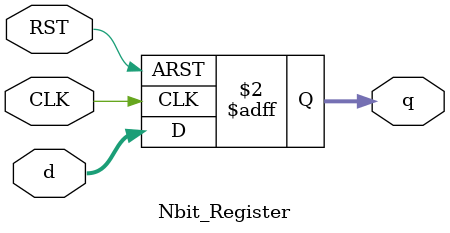
<source format=v>
`timescale 1ns / 1ps


module Nbit_Register #(parameter N = 4)
                      (input [N-1:0] d,
                       input CLK, RST,
                       output reg [N-1:0] q);
    always @(posedge CLK or posedge RST) begin                       
        if(RST) q <= 0;
        else q <= d;
    end
endmodule

</source>
